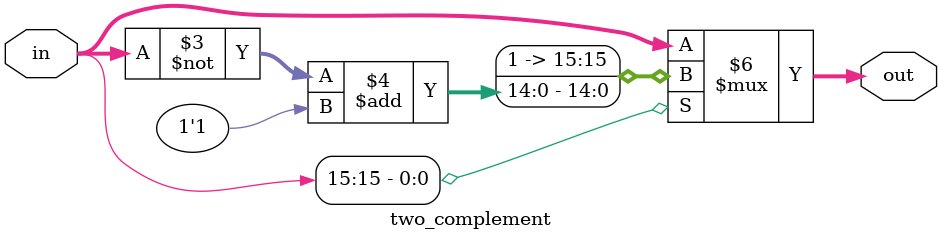
<source format=v>
module two_complement(
  input [15:0] in,
  output [15:0] out
);

  reg signed [14:0] x;

  always @* begin
    if (in[15] == 1'b1) begin
      x = ~(in) + 1'b1;
      out <= {1'b1, x};
    end
    else begin
      out <= in;
    end
  end

endmodule

</source>
